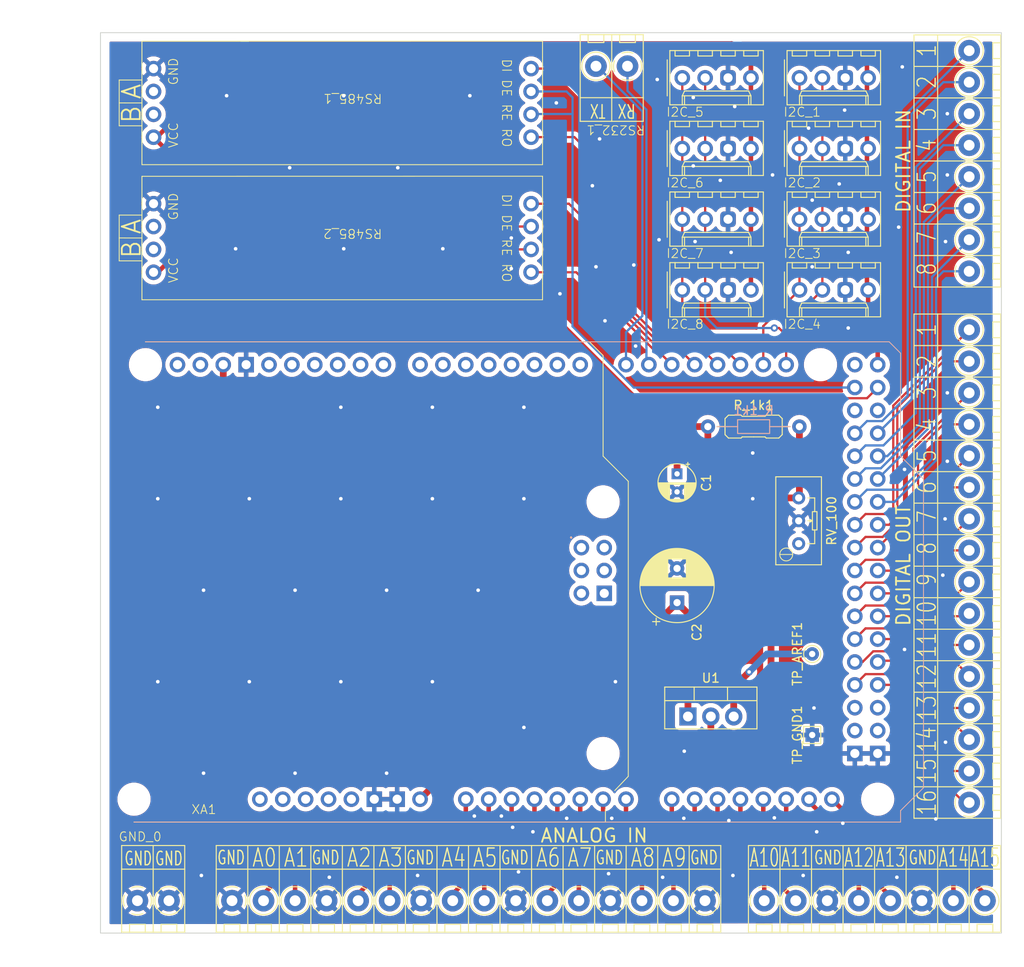
<source format=kicad_pcb>
(kicad_pcb (version 20221018) (generator pcbnew)

  (general
    (thickness 1.6)
  )

  (paper "A4")
  (layers
    (0 "F.Cu" signal)
    (31 "B.Cu" signal)
    (32 "B.Adhes" user "B.Adhesive")
    (33 "F.Adhes" user "F.Adhesive")
    (34 "B.Paste" user)
    (35 "F.Paste" user)
    (36 "B.SilkS" user "B.Silkscreen")
    (37 "F.SilkS" user "F.Silkscreen")
    (38 "B.Mask" user)
    (39 "F.Mask" user)
    (40 "Dwgs.User" user "User.Drawings")
    (41 "Cmts.User" user "User.Comments")
    (42 "Eco1.User" user "User.Eco1")
    (43 "Eco2.User" user "User.Eco2")
    (44 "Edge.Cuts" user)
    (45 "Margin" user)
    (46 "B.CrtYd" user "B.Courtyard")
    (47 "F.CrtYd" user "F.Courtyard")
    (48 "B.Fab" user)
    (49 "F.Fab" user)
    (50 "User.1" user)
    (51 "User.2" user)
    (52 "User.3" user)
    (53 "User.4" user)
    (54 "User.5" user)
    (55 "User.6" user)
    (56 "User.7" user)
    (57 "User.8" user)
    (58 "User.9" user)
  )

  (setup
    (stackup
      (layer "F.SilkS" (type "Top Silk Screen"))
      (layer "F.Paste" (type "Top Solder Paste"))
      (layer "F.Mask" (type "Top Solder Mask") (thickness 0.01))
      (layer "F.Cu" (type "copper") (thickness 0.035))
      (layer "dielectric 1" (type "core") (thickness 1.51) (material "FR4") (epsilon_r 4.5) (loss_tangent 0.02))
      (layer "B.Cu" (type "copper") (thickness 0.035))
      (layer "B.Mask" (type "Bottom Solder Mask") (thickness 0.01))
      (layer "B.Paste" (type "Bottom Solder Paste"))
      (layer "B.SilkS" (type "Bottom Silk Screen"))
      (copper_finish "None")
      (dielectric_constraints no)
    )
    (pad_to_mask_clearance 0)
    (aux_axis_origin 150 0)
    (pcbplotparams
      (layerselection 0x00010fc_ffffffff)
      (plot_on_all_layers_selection 0x0000000_00000000)
      (disableapertmacros false)
      (usegerberextensions false)
      (usegerberattributes true)
      (usegerberadvancedattributes true)
      (creategerberjobfile true)
      (dashed_line_dash_ratio 12.000000)
      (dashed_line_gap_ratio 3.000000)
      (svgprecision 4)
      (plotframeref false)
      (viasonmask false)
      (mode 1)
      (useauxorigin false)
      (hpglpennumber 1)
      (hpglpenspeed 20)
      (hpglpendiameter 15.000000)
      (dxfpolygonmode true)
      (dxfimperialunits true)
      (dxfusepcbnewfont true)
      (psnegative false)
      (psa4output false)
      (plotreference true)
      (plotvalue true)
      (plotinvisibletext false)
      (sketchpadsonfab false)
      (subtractmaskfromsilk false)
      (outputformat 1)
      (mirror false)
      (drillshape 1)
      (scaleselection 1)
      (outputdirectory "")
    )
  )

  (net 0 "")
  (net 1 "unconnected-(XA1-3.3V-Pad3V3)")
  (net 2 "unconnected-(XA1-SPI_5V-Pad5V2)")
  (net 3 "unconnected-(XA1-D0{slash}RX0-PadD0)")
  (net 4 "unconnected-(XA1-D1{slash}TX0-PadD1)")
  (net 5 "unconnected-(XA1-D2_INT0-PadD2)")
  (net 6 "unconnected-(XA1-D3_INT1-PadD3)")
  (net 7 "unconnected-(XA1-PadD4)")
  (net 8 "unconnected-(XA1-PadD5)")
  (net 9 "unconnected-(XA1-PadD6)")
  (net 10 "unconnected-(XA1-PadD7)")
  (net 11 "unconnected-(XA1-PadD8)")
  (net 12 "unconnected-(XA1-PadD9)")
  (net 13 "unconnected-(XA1-PadD10)")
  (net 14 "unconnected-(XA1-PadD11)")
  (net 15 "unconnected-(XA1-PadD12)")
  (net 16 "unconnected-(XA1-PadD13)")
  (net 17 "TX1")
  (net 18 "EN_485_1")
  (net 19 "RX1")
  (net 20 "TX2")
  (net 21 "unconnected-(XA1-PadD24)")
  (net 22 "unconnected-(XA1-PadD25)")
  (net 23 "unconnected-(XA1-D50_MISO-PadD50)")
  (net 24 "unconnected-(XA1-D51_MOSI-PadD51)")
  (net 25 "unconnected-(XA1-D52_SCK-PadD52)")
  (net 26 "unconnected-(XA1-D53_CS-PadD53)")
  (net 27 "unconnected-(XA1-SPI_GND-PadGND4)")
  (net 28 "unconnected-(XA1-IOREF-PadIORF)")
  (net 29 "unconnected-(XA1-SPI_MISO-PadMISO)")
  (net 30 "unconnected-(XA1-SPI_MOSI-PadMOSI)")
  (net 31 "unconnected-(XA1-RESET-PadRST1)")
  (net 32 "unconnected-(XA1-SPI_RESET-PadRST2)")
  (net 33 "unconnected-(XA1-SPI_SCK-PadSCK)")
  (net 34 "unconnected-(XA1-PadSCL)")
  (net 35 "unconnected-(XA1-PadSDA)")
  (net 36 "A00")
  (net 37 "A01")
  (net 38 "A02")
  (net 39 "A03")
  (net 40 "A04")
  (net 41 "A05")
  (net 42 "A06")
  (net 43 "A07")
  (net 44 "A08")
  (net 45 "A09")
  (net 46 "A10")
  (net 47 "A11")
  (net 48 "A12")
  (net 49 "A13")
  (net 50 "A14")
  (net 51 "A15")
  (net 52 "VIN")
  (net 53 "Net-(U1-GND)")
  (net 54 "AREF")
  (net 55 "GND")
  (net 56 "DO_00")
  (net 57 "DO_01")
  (net 58 "DO_02")
  (net 59 "DO_03")
  (net 60 "DO_04")
  (net 61 "DO_05")
  (net 62 "DO_06")
  (net 63 "DO_07")
  (net 64 "DO_08")
  (net 65 "DO_09")
  (net 66 "DO_10")
  (net 67 "DO_11")
  (net 68 "DO_12")
  (net 69 "DO_13")
  (net 70 "DO_14")
  (net 71 "DO_15")
  (net 72 "DI_00")
  (net 73 "DI_01")
  (net 74 "DI_02")
  (net 75 "DI_03")
  (net 76 "DI_04")
  (net 77 "DI_05")
  (net 78 "DI_06")
  (net 79 "DI_07")
  (net 80 "5V")
  (net 81 "SCL")
  (net 82 "SDA")
  (net 83 "EN_485_2")
  (net 84 "RX2")
  (net 85 "unconnected-(RV_100-Pad1)")
  (net 86 "unconnected-(XA1-5V-Pad5V3)")
  (net 87 "unconnected-(XA1-5V-Pad5V1)")
  (net 88 "RX3")
  (net 89 "TX3")
  (net 90 "unconnected-(RS485_1-A-Pad6)")
  (net 91 "unconnected-(RS485_1-B-Pad7)")
  (net 92 "unconnected-(RS485_2-A-Pad6)")
  (net 93 "unconnected-(RS485_2-B-Pad7)")

  (footprint "ScitechKorea:Holder485" (layer "F.Cu") (at 127.8 71.61 90))

  (footprint "TestPoint:TestPoint_THTPad_D1.5mm_Drill0.7mm" (layer "F.Cu") (at 159 129 90))

  (footprint "ScitechKorea:Terminal_08" (layer "F.Cu") (at 153.675 156.4))

  (footprint "Package_TO_SOT_THT:TO-220-3_Vertical" (layer "F.Cu") (at 145.21 135.945))

  (footprint "PCM_Resistor_THT_AKL_Double:R_Axial_DIN0207_L6.3mm_D2.5mm_P10.16mm_Horizontal" (layer "F.Cu") (at 147.42 103.75))

  (footprint "ScitechKorea:Terminal_02" (layer "F.Cu") (at 138.4 63.72 180))

  (footprint "Capacitor_THT:CP_Radial_D8.0mm_P3.80mm" (layer "F.Cu") (at 144 123.3 90))

  (footprint "ScitechKorea:Holder485" (layer "F.Cu") (at 127.8 86.61 90))

  (footprint "ScitechKorea:I2C_Socket" (layer "F.Cu") (at 144.58 88.57))

  (footprint "ScitechKorea:Terminal_16" (layer "F.Cu") (at 94.6 156.4))

  (footprint "ScitechKorea:Terminal_16" (layer "F.Cu")
    (tstamp 82ba54e0-d9a3-4eb8-b16f-836390da95cf)
    (at 176.425 145.5 90)
    (property "Sheetfile" "megaPCB.kicad_sch")
    (property "Sheetname" "")
    (property "ki_description" "Generic screw terminal, single row, 01x16, script generated (kicad-library-utils/schlib/autogen/connector/)")
    (property "ki_keywords" "screw terminal")
    (path "/0a22604f-efdc-4349-aaa6-b8dfcb193ce4")
    (attr through_hole)
    (fp_text reference "J2" (at -6.1 -7.9 90 unlocked) (layer "F.SilkS") hide
        (effects (font (size 1 1) (thickness 0.1)))
      (tstamp 35139d77-017b-4936-a9a1-66e6e30b1ba5)
    )
    (fp_text value "Screw_Terminal_01x16" (at -6.1 -6.4 90 unlocked) (layer "F.Fab") hide
        (effects (font (size 1 1) (thickness 0.15)))
      (tstamp 93890ad7-21bd-4a77-93b8-0e8f63e71015)
    )
    (fp_text user "${REFERENCE}" (at 3.5 -4.8625 90) (layer "F.Fab")
        (effects (font (size 1 1) (thickness 0.15)))
      (tstamp 8269f258-0b3e-4053-9114-db944b6aed70)
    )
    (fp_line (start -1.75 -6.125) (end 54.25 -6.125)
      (stroke (width 0.12) (type solid)) (layer "F.SilkS") (tstamp 9c5f033d-d241-4000-a32f-090f75ffdff6))
    (fp_line (start -1.75 -3.5) (end -1.75 -6.125)
      (stroke (width 0.12) (type solid)) (layer "F.SilkS") (tstamp fa2a6b58-ada3-434c-86e3-235226c9d242))
    (fp_line (start -1.75 -3.5) (end -1.75 3.5)
      (stroke (width 0.12) (type solid)) (layer "F.SilkS") (tstamp f1329992-4e37-4aa2-be6a-064554492d32))
    (fp_line (start -1.75 -3.5) (end 54.25 -3.5)
      (stroke (width 0.12) (type solid)) (layer "F.SilkS") (tstamp 08afdbf9-77c4-4ca3-b46a-fd317d091ac7))
    (fp_line (start -1.75 3.5) (end 54.25 3.5)
      (stroke (width 0.12) (type solid)) (layer "F.SilkS") (tstamp 23e66bb2-a647-48c5-8542-2599a0247bb2))
    (fp_line (start -0.875 2.625) (end 0.875 2.625)
      (stroke (width 0.12) (type solid)) (layer "F.SilkS") (tstamp 7bcad752-1c77-423c-8841-cf588c73dd16))
    (fp_line (start -0.875 3.5) (end -0.875 2.625)
      (stroke (width 0.12) (type solid)) (layer "F.SilkS") (tstamp d8a86204-da31-428a-91a6-d84aa8e06daf))
    (fp_line (start 0.875 2.625) (end 0.875 3.5)
      (stroke (width 0.12) (type solid)) (layer "F.SilkS") (tstamp a94d1be1-5d3e-4478-9b9b-3df263765cc1))
    (fp_line (start 1.75 -6.125) (end 1.75 3.5)
      (stroke (width 0.12) (type solid)) (layer "F.SilkS") (tstamp 39051a52-0297-462a-99a8-cf2cb412fac7))
    (fp_line (start 2.625 2.625) (end 4.375 2.625)
      (stroke (width 0.12) (type solid)) (layer "F.SilkS") (tstamp 41b611a5-cb82-4f6a-a8dd-c4d07dc3d7db))
    (fp_line (start 2.625 3.5) (end 2.625 2.625)
      (stroke (width 0.12) (type solid)) (layer "F.SilkS") (tstamp dd18f381-2044-4e35-bd7a-8858ecab9fb5))
    (fp_line (start 4.375 2.625) (end 4.375 3.5)
      (stroke (width 0.12) (type solid)) (layer "F.SilkS") (tstamp 54f65a5a-ea43-4226-811e-82dac2064cc5))
    (fp_line (start 5.25 -6.125) (end 5.25 3.5)
      (stroke (width 0.12) (type solid)) (layer "F.SilkS") (tstamp 5fd48d34-d535-42a1-9176-5438df76bf51))
    (fp_line (start 6.125 2.625) (end 7.875 2.625)
      (stroke (width 0.12) (type solid)) (layer "F.SilkS") (tstamp 3ef2a0c3-9b14-49a7-ac23-6801ec6d404b))
    (fp_line (start 6.125 3.5) (end 6.125 2.625)
      (stroke (width 0.12) (type solid)) (layer "F.SilkS") (tstamp 03734158-0007-4fca-b6ab-d7c9a78dbad7))
    (fp_line (start 7.875 2.625) (end 7.875 3.5)
      (stroke (width 0.12) (type solid)) (layer "F.SilkS") (tstamp 3ddb5a8d-b4b5-4ef5-b2f1-09bcba19b399))
    (fp_line (start 8.75 -6.125) (end 8.75 3.5)
      (stroke (width 0.12) (type solid)) (layer "F.SilkS") (tstamp e317076b-2557-4fe8-a1ed-a1347e4bf7b7))
    (fp_line (start 9.625 2.625) (end 11.375 2.625)
      (stroke (width 0.12) (type solid)) (layer "F.SilkS") (tstamp d4978c4a-92c1-4dc7-a7b4-5a066d5ef432))
    (fp_line (start 9.625 3.5) (end 9.625 2.625)
      (stroke (width 0.12) (type solid)) (layer "F.SilkS") (tstamp c7b410bc-867a-4697-85a8-55393135f722))
    (fp_line (start 11.375 2.625) (end 11.375 3.5)
      (stroke (width 0.12) (type solid)) (layer "F.SilkS") (tstamp eabd3541-4b7a-4774-bd1a-91098f91bc43))
    (fp_line (start 12.25 -6.125) (end 12.25 3.5)
      (stroke (width 0.12) (type solid)) (layer "F.SilkS") (tstamp 0fa236aa-a9bb-4d98-acb6-eb3f057204c6))
    (fp_line (start 13.125 2.625) (end 14.875 2.625)
      (stroke (width 0.12) (type solid)) (layer "F.SilkS") (tstamp 9daa59bb-fcc1-4689-9df8-6861d7bafa28))
    (fp_line (start 13.125 3.5) (end 13.125 2.625)
      (stroke (width 0.12) (type solid)) (layer "F.SilkS") (tstamp 100d3f62-6421-4fbf-8b48-ae523f4863df))
    (fp_line (start 14.875 2.625) (end 14.875 3.5)
      (stroke (width 0.12) (type solid)) (layer "F.SilkS") (tstamp 5f44dbb4-6745-4f50-94a1-c7f9a7692501))
    (fp_line (start 15.75 -6.125) (end 15.75 3.5)
      (stroke (width 0.12) (type solid)) (layer "F.SilkS") (tstamp c1e67808-6184-4080-b8fc-e4b55592a3bb))
    (fp_line (start 16.625 2.625) (end 18.375 2.625)
      (stroke (width 0.12) (type solid)) (layer "F.SilkS") (tstamp 9c14edec-02ea-4096-841c-4d76e66a6d1b))
    (fp_line (start 16.625 3.5) (end 16.625 2.625)
      (stroke (width 0.12) (type solid)) (layer "F.SilkS") (tstamp d91e5d51-e674-48e2-adbf-54d64b69ba58))
    (fp_line (start 18.375 2.625) (end 18.375 3.5)
      (stroke (width 0.12) (type solid)) (layer "F.SilkS") (tstamp 43bf2c1d-7305-48c8-a2ee-614b71544ad8))
    (fp_line (start 19.25 -6.125) (end 19.25 3.5)
      (stroke (width 0.12) (type solid)) (layer "F.SilkS") (tstamp 5aafc7eb-62af-48f2-9c21-1dfe0d25b4c6))
    (fp_line (start 20.125 2.625) (end 21.875 2.625)
      (stroke (width 0.12) (type solid)) (layer "F.SilkS") (tstamp a4cca183-6c7c-41ec-830b-04b493464aa8))
    (fp_line (start 20.125 3.5) (end 20.125 2.625)
      (stroke (width 0.12) (type solid)) (layer "F.SilkS") (tstamp 839d9fff-93d4-4f9b-83d1-dab7c03c3bfc))
    (fp_line (start 21.875 2.625) (end 21.875 3.5)
      (stroke (width 0.12) (type solid)) (layer "F.SilkS") (tstamp 832a0668-8221-44e1-87af-2382bbcd4538))
    (fp_line (start 22.75 -6.125) (end 22.75 3.5)
      (stroke (width 0.12) (type solid)) (layer "F.SilkS") (tstamp de920423-d1c2-43c2-9d03-2cfc8c22c86f))
    (fp_line (start 23.625 2.625) (end 25.375 2.625)
      (stroke (width 0.12) (type solid)) (layer "F.SilkS") (tstamp e0dab445-9eec-4697-8bde-28cb65a64bb3))
    (fp_line (start 23.625 3.5) (end 23.625 2.625)
      (stroke (width 0.12) (type solid)) (layer "F.SilkS") (tstamp d845520d-a4fb-46b8-9f82-4ba8c38a36ff))
    (fp_line (start 25.375 2.625) (end 25.375 3.5)
      (stroke (width 0.12) (type solid)) (layer "F.SilkS") (tstamp dc883ddd-ee99-439a-a18a-75c980c6ee52))
    (fp_line (start 26.25 -6.125) (end 26.25 3.5)
      (stroke (width 0.12) (type solid)) (layer "F.SilkS") (tstamp c8fc3096-e7c1-4307-92c8-6ff448634727))
    (fp_line (start 27.125 2.625) (end 28.875 2.625)
      (stroke (width 0.12) (type solid)) (layer "F.SilkS") (tstamp 4097f69e-2bd5-412f-9a42-ed32adc2deb6))
    (fp_line (start 27.125 3.5) (end 27.125 2.625)
      (stroke (width 0.12) (type solid)) (layer "F.SilkS") (tstamp b156c731-2857-4292-a096-39d5cde6b472))
    (fp_line (start 28.875 2.625) (end 28.875 3.5)
      (stroke (width 0.12) (type solid)) (layer "F.SilkS") (tstamp 84c688f7-b3d5-430d-b6fa-fde2039f361d))
    (fp_line (start 29.75 -6.125) (end 29.75 3.5)
      (stroke (width 0.12) (type solid)) (layer "F.SilkS") (tstamp 5d4a4e7e-4223-4afa-a2d4-58d36a4f3128))
    (fp_line (start 30.625 2.625) (end 32.375 2.625)
      (stroke (width 0.12) (type solid)) (layer "F.SilkS") (tstamp 869b418d-cf9c-415a-bbca-f6fad4fad2a4))
    (fp_line (start 30.625 3.5) (end 30.625 2.625)
      (stroke (width 0.12) (type solid)) (layer "F.SilkS") (tstamp 247d828d-2ea6-45c5-9e55-ce3612b0f0cc))
    (fp_line (start 32.375 2.625) (end 32.375 3.5)
      (stroke (width 0.12) (type solid)) (layer "F.SilkS") (tstamp dcd7fb77-9231-461a-8acc-a95f314b4bfb))
    (fp_line (start 33.25 -6.125) (end 33.25 2.625)
      (stroke (width 0.12) (type solid)) (layer "F.SilkS") (tstamp ff47d419-5157-4c74-afe8-77da9f644c22))
    (fp_line (start 33.25 2.625) (end 33.25 3.5)
      (stroke (width 0.12) (type solid)) (layer "F.SilkS") (tstamp 338473d0-0455-4e88-aecc-9bc082d26e44))
    (fp_line (start 34.125 2.625) (end 35.875 2.625)
      (stroke (width 0.12) (type solid)) (layer "F.SilkS") (tstamp 45b540ca-6199-4142-861e-562714fef5e7))
    (fp_line (start 34.125 3.5) (end 34.125 2.625)
      (stroke (width 0.12) (type solid)) (layer "F.SilkS") (tstamp aa05f9a2-c1c3-4d93-9cba-5e84f0ae13bf))
    (fp_line (start 35.875 2.625) (end 35.875 3.5)
      (stroke (width 0.12) (type solid)) (layer "F.SilkS") (tstamp a6822e40-10ee-46e7-bcd8-c4939121af94))
    (fp_line (start 36.75 -6.125) (end 36.75 3.5)
      (stroke (width 0.12) (type solid)) (layer "F.SilkS") (tstamp 94d5e88a-4c6a-4786-8949-6e99ec7ba43d))
    (fp_line (start 37.625 2.625) (end 39.375 2.625)
      (stroke (width 0.12) (type solid)) (layer "F.SilkS") (tstamp 7465fb52-1638-4e88-8123-c5605d4b4eed))
    (fp_line (start 37.625 3.5) (end 37.625 2.625)
      (stroke (width 0.12) (type solid)) (layer "F.SilkS") (tstamp f490ef13-9e19-4f75-bdd3-d58e610e16fc))
    (fp_line (start 39.375 2.625) (end 39.375 3.5)
      (stroke (width 0.12) (type solid)) (layer "F.SilkS") (tstamp 124c379f-3596-489e-aaf3-9558ddc43a34))
    (fp_line (start 40.25 -6.125) (end 40.25 3.5)
      (stroke (width 0.12) (type solid)) (layer "F.SilkS") (tstamp 2769c7d6-dd36-423c-98a9-1f4136f2b50c))
    (fp_line (start 41.125 2.625) (end 42.875 2.625)
      (stroke (width 0.12) (type solid)) (layer "F.SilkS") (tstamp ce4a8778-611d-49fa-b67c-51ebc598ba18))
    (fp_line (start 41.125 3.5) (end 41.125 2.625)
      (stroke (width 0.12) (type solid)) (layer "F.SilkS") (tstamp 24b37d74-50ec-49e7-bfc0-2c6535f43ec9))
    (fp_line (start 42.875 2.625) (end 42.875 3.5)
      (stroke (width 0.12) (type solid)) (layer "F.SilkS") (tstamp 1da8847e-7d75-4496-9436-5d3602261fa2))
    (fp_line (start 43.75 -6.125) (end 43.75 3.5)
      (stroke (width 0.12) (type solid)) (layer "F.SilkS") (tstamp d5b4ffe8-4352-4008-9e7f-f26a303ed51b))
    (fp_line (start 44.625 2.625) (end 46.375 2.625)
      (stroke (width 0.12) (type solid)) (layer "F.SilkS") (tstamp e7e23770-005d-4a23-90e5-313a99a7ced7))
    (fp_line (start 44.625 3.5) (end 44.625 2.625)
      (stroke (width 0.12) (type solid)) (layer "F.SilkS") (tstamp b2a80f35-14d9-4492-a310-4ffaf2bab03f))
    (fp_line (start 46.375 2.625) (end 46.375 3.5)
      (stroke (width 0.12) (type solid)) (layer "F.SilkS") (tstamp ad71e2e2-002a-4767-a604-9ff80be10e30))
    (fp_line (start 47.25 -6.125) (end 47.25 3.5)
      (stroke (width 0.12) (type solid)) (layer "F.SilkS") (tstamp a08a2bd5-329d-42c2-95f3-3f1ef234894c))
    (fp_line (start 48.125 2.625) (end 49.875 2.625)
      (stroke (width 0.12) (type solid)) (layer "F.SilkS") (tstamp 5afa3da2-16a3-48fb-af80-244ee313faf1))
    (fp_line (start 48.125 3.5) (end 48.125 2.625)
      (stroke (width 0.12) (type solid)) (layer "F.SilkS") (tstamp 5d1090ba-14cb-4b14-b19e-7bd00c30843e))
    (fp_line (start 49.875 2.625) (end 49.875 3.5)
      (stroke (width 0.12) (type solid)) (layer "F.SilkS") (tstamp aac39643-3e1f-41fe-ae9f-0c3f4ff1f7aa))
    (fp_line (start 50.75 -6.125) (end 50.75 3.5)
      (stroke (width 0.12) (type solid)) (layer "F.SilkS") (tstamp 4ef3c708-98fa-4e56-9f1a-38f5cf6827a8))
    (fp_line (start 51.625 2.625) (end 53.375 2.625)
      (stroke (width 0.12) (type solid)) (layer "F.SilkS") (tstamp 41c5a88a-eedf-4247-857b-c0c7dd78860b))
    (fp_line (start 51.625 3.5) (end 51.625 2.625)
      (stroke (width 0.12) (type solid)) (layer "F.SilkS") (tstamp fb8b4ab5-ad2b-4253-8fdb-4301eb34ed3d))
    (fp_line (start 53.375 2.625) (end 53.375 3.5)
      (stroke (width 0.12) (type solid)) (layer "F.SilkS") (tstamp 7d30b97c-2b05-43bb-b1f3-2aaeb86c5654))
    (fp_line (start 54.25 -6.125) (end 54.25 -3.5)
      (stroke (width 0.12) (type solid)) (layer "F.SilkS") (tstamp 0c9725be-1871-42f2-8589-f67095bcb3e7))
    (fp_line (start 54.25 -3.5) (end 54.25 3.5)
      (stroke (width 0.12) (type solid)) (layer "F.SilkS") (tstamp e31b8b4a-8d54-4218-85c0-ef7d3321d5da))
    (fp_arc (start -1.432109 0.607742) (mid -1.555727 -0.00014) (end -1.432 -0.608)
      (stroke (width 0.12) (type solid)) (layer "F.SilkS") (tstamp 412e164a-a75f-4233-82c6-9d26262bc486))
    (fp_arc (start -0.607742 -1.432109) (mid 0.00014 -1.555727) (end 0.608 -1.432)
      (stroke (width 0.12) (type solid)) (layer "F.SilkS") (tstamp 10c6fbab-cc08-483c-b582-4ca1a0bdec9e))
    (fp_arc (start 0.027011 1.555493) (mid -0.296984 1.527118) (end -0.608 1.432)
      (stroke (width 0.12) (type solid)) (layer "F.SilkS") (tstamp 18041258-c9af-4b94-a432-a04d6eda34e2))
    (fp_arc (start 0.607587 1.431385) (mid 0.310017 1.523783) (end 0 1.555)
      (stroke (width 0.12) (type solid)) (layer "F.SilkS") (tstamp 6900121d-376c-4cc9-aa55-0b13067962fc))
    (fp_arc (start 1.432109 -0.607742) (mid 1.555727 0.00014) (end 1.432 0.608)
      (stroke (width 0.12) (type solid)) (layer "F.SilkS") (tstamp b2cf11a2-a056-4697-b43e-fccf92f410b0))
    (fp_circle (center 3.5 0) (end 5.055 0)
      (stroke (width 0.12) (type solid)) (fill none) (layer "F.SilkS") (tstamp cd9eee93-0c34-4e66-b426-5e8835b2b909))
    (fp_circle (center 7 0) (end 8.555 0)
      (stroke (width 0.12) (type solid)) (fill none) (layer "F.SilkS") (tstamp 1227902c-32b3-4fc2-b7a1-1479471a8285))
    (fp_circle (center 10.5 0) (end 12.055 0)
      (stroke (width 0.12) (type solid)) (fill none) (layer "F.SilkS") (tstamp 6a56f6b2-a6ea-48e0-a5e5-a8de2ee17645))
    (fp_circle (center 14 0) (end 15.555 0)
      (stroke (width 0.12) (type solid)) (fill none) (layer "F.SilkS") (tstamp 4d9b7b41-f46e-4b83-a22a-0c48357d4435))
    (fp_circle (center 17.5 0) (end 19.055 0)
      (stroke (width 0.12) (type solid)) (fill none) (layer "F.SilkS") (tstamp 1be20118-1c88-4c09-9bde-ec56484dbfc1))
    (fp_circle (center 21 0) (end 22.555 0)
      (stroke (width 0.12) (type solid)) (fill none) (layer "F.SilkS") (tstamp 76829dd2-5d7c-4871-af5d-53f76ae39fe8))
    (fp_circle (center 24.5 0) (end 26.055 0)
      (stroke (width 0.12) (type solid)) (fill none) (layer "F.SilkS") (tstamp d9aacc38-4527-421d-a299-430d02c21138))
    (fp_circle (center 28 0) (end 29.555 0)
      (stroke (width 0.12) (type solid)) (fill none) (layer "F.SilkS") (tstamp d6eb423d-e7ba-4f71-985d-d2c21ab73c2d))
    (fp_circle (center 31.5 0) (end 33.055 0)
      (stroke (width 0.12) (type solid)) (fill none) (layer "F.SilkS") (tstamp b4c43937-dd61-4086-b550-f27dc809c55c))
    (fp_circle (center 35 0) (end 36.555 0)
      (stroke (width 0.12) (type solid)) (fill none) (layer "F.SilkS") (tstamp bcfd142b-d010-444b-8f74-7941f4521956))
    (fp_circle (center 38.5 0) (end 40.055 0)
      (stroke (width 0.12) (type solid)) (fill none) (layer "F.SilkS") (tstamp f9aa4e51-e847-4499-8c2c-502d3cea0c04))
    (fp_circle (center 42 0) (end 43.555 0)
      (stroke (width 0.12) (type solid)) (fill none) (layer "F.SilkS") (tstamp 7bb68415-ecbb-4646-91f6-9f5d43e53b60))
    (fp_circle (center 45.5 0) (end 47.055 0)
      (stroke (width 0.12) (type solid)) (fill none) (layer "F.SilkS") (tstamp d2a58fad-a36f-453b-9d16-4a4d0c18a5af))
    (fp_circle (center 49 0) (end 50.555 0)
      (stroke (width 0.12) (type solid)) (fill none) (layer "F.SilkS") (tstamp 8b2c6d71-0d89-4be4-919d-a063f8c3ed3a))
    (fp_circle (center 52.5 0) (end 54.055 0)
      (stroke (width 0.12) (type solid)) (fill none) (layer "F.SilkS") (tstamp 364f19b8-72c7-4cac-a70f-ee4c97f34821))
    (fp_line (start -1.85 -3.6) (end -1.85 3.6)
      (stroke (width 0.05) (type solid)) (layer "F.CrtYd") (tstamp 7cbf74ee-4acb-412f-8cad-5904fa163fde))
    (fp_line (start -1.85 3.6) (end 54.35 3.6)
      (stroke (width 0.05) (type solid)) (layer "F.CrtYd") (tstamp ac5f3a83-af8d-4a57-9f19-9f6a5176ac2f))
    (fp_line (start 54.35 -3.6) (end -1.85 -3.6)
      (stroke (width 0.05) (type solid)) (layer "F.CrtYd") (tstamp 3aebe942-7822-4582-aada-dd8f741085e8))
    (fp_line (start 54.35 3.6) (end 54.35 -3.6)
      (stroke (width 0.05) (type solid)) (layer "F.CrtYd") (tstamp 3bf6c1b1-65c7-4269-bca7-47d735440d74))
    (fp_line (start -1.7 -3.4) (end 54.2 -3.4)
      (stroke (width 0.1) (type solid)) (layer "F.Fab") (tstamp f5d54fd2-cd8d-4507-aa4b-4e07619ce1c1))
    (fp_line (start -1.7 3.4) (end -1.7 -3.4)
      (stroke (width 0.1) (type solid)) (layer "F.Fab") (tstamp 97cbe4d4-3a8a-45ae-87fe-02f2ac5d4c1b))
    (fp_line (start -1.7 3.4) (end 54.2 3.4)
      (stroke (width 0.1) (type solid)) (layer "F.Fab") (tstamp bfe3873e-0fb4-40b2-b7bd-d752391d8f69))
    (fp_line (start -1.1 -0.069) (end -0.069 -0.069)
      (stroke (width 0.1) (type solid)) (layer "F.Fab") (tstamp b4e4de86-a2e5-4225-9cbe-494d0e2b870e))
    (fp_line (start -1.1 0.069) (end -1.1 -0.069)
      (stroke (width 0.1) (type solid)) (layer "F.Fab") (tstamp 62fb1aed-8be9-4abd-99ec-7d8ca3de9985))
    (fp_line (start -0.069 -1.1) (end 0.069 -1.1)
      (stroke (width 0.1) (type solid)) (layer "F.Fab") (tstamp 344d5b70-16c9-4576-affa-9ae96d921365))
    (fp_line (start -0.069 -0.069) (end -0.069 -1.1)
      (stroke (width 0.1) (type solid)) (layer "F.Fab") (tstamp 62fdf183-6c57-4814-b188-13d289a8ecdd))
    (fp_line (start -0.069 0.069) (end -1.1 0.069)
      (stroke (width 0.1) (type solid)) (layer "F.Fab") (tstamp 1c6c1a2c-8528-4b3c-af93-7015f83ddd17))
    (fp_line (start -0.069 1.1) (end -0.069 0.069)
      (stroke (width 0.1) (type solid)) (layer "F.Fab") (tstamp e88a8d31-86ee-481f-ac94-2b08cdc013ef))
    (fp_line (start 0.069 -1.1) (end 0.069 -0.069)
      (stroke (width 0.1) (type solid)) (layer "F.Fab") (tstamp ca1d2f86-d6f8-48b3-80ea-fc75d4bf8c6d))
    (fp_line (start 0.069 -0.069) (end 1.1 -0.069)
      (stroke (width 0.1) (type solid)) (layer "F.Fab") (tstamp eef2fb05-93ad-4320-9ea8-b4ea14f3fbb1))
    (fp_line (start 0.069 0.069) (end 0.069 1.1)
      (stroke (width 0.1) (type solid)) (layer "F.Fab") (tstamp 7abfddb5-2868-4284-954c-141d7337aa41))
    (fp_line (start 0.069 1.1) (end -0.069 1.1)
      (stroke (width 0.1) (type solid)) (layer "F.Fab") (tstamp 30e0aa1d-dac7-485c-acd5-79661c5dd3e4))
    (fp_line (start 1.1 -0.069) (end 1.1 0.069)
      (stroke (width 0.1) (type solid)) (layer "F.Fab") (tstamp c012df61-b10d-4ca9-8d04-2d2dc7f4de50))
    (fp_line (start 1.1 0.069) (end 0.069 0.069)
      (stroke (width 0.1) (type solid)) (layer "F.Fab") (tstamp 2c41d123-54c1-489b-acd7-bbf2160cad7b))
    (fp_line (start 2.4 -0.069) (end 3.431 -0.069)
      (stroke (width 0.1) (type solid)) (layer "F.Fab") (tstamp d1ed4a6f-e04e-4bae-9de4-99aee704eafb))
    (fp_line (start 2.4 0.069) (end 2.4 -0.069)
      (stroke (width 0.1) (type solid)) (layer "F.Fab") (tstamp 828552fe-e919-4ffc-b6bc-78ab4c227a1a))
    (fp_line (start 3.431 -1.1) (end 3.569 -1.1)
      (stroke (width 0.1) (type solid)) (layer "F.Fab") (tstamp 98982534-21f8-4208-a059-d65d6a05db88))
    (fp_line (start 3.431 -0.069) (end 3.431 -1.1)
      (stroke (width 0.1) (type solid)) (layer "F.Fab") (tstamp 74eeed57-9d61-4ddc-92a2-a33b5817cde7))
    (fp_line (start 3.431 0.069) (end 2.4 0.069)
      (stroke (width 0.1) (type solid)) (layer "F.Fab") (tstamp d4d879a1-cbda-41e6-9168-cf7d2ce27991))
    (fp_line (start 3.431 1.1) (end 3.431 0.069)
      (stroke (width 0.1) (type solid)) (layer "F.Fab") (tstamp 04432a53-045a-4111-9961-0fbb5a53e199))
    (fp_line (start 3.569 -1.1) (end 3.569 -0.069)
      (stroke (width 0.1) (type solid)) (layer "F.Fab") (tstamp fabea8af-2c1f-4026-a69b-ca9b9a659970))
    (fp_line (start 3.569 -0.069) (end 4.6 -0.069)
      (stroke (width 0.1) (type solid)) (layer "F.Fab") (tstamp 7e30e610-d068-477c-9ee8-34221ea7b378))
    (fp_line (start 3.569 0.069) (end 3.569 1.1)
      (stroke (width 0.1) (type solid)) (layer "F.Fab") (tstamp 2007175b-0d63-4680-8345-8ddf9d0eb40b))
    (fp_line (start 3.569 1.1) (end 3.431 1.1)
      (stroke (width 0.1) (type solid)) (layer "F.Fab") (tstamp b5774d88-bde0-4a01-8781-dc0c001af9ef))
    (fp_line (start 4.6 -0.069) (end 4.6 0.069)
      (stroke (width 0.1) (type solid)) (layer "F.Fab") (tstamp 55e5f508-e5ab-4b04-ad51-408dd898e075))
    (fp_line (start 4.6 0.069) (end 3.569 0.069)
      (stroke (width 0.1) (type solid)) (layer "F.Fab") (tstamp 4adc73f0-4cf8-4875-bba3-27c23a802d5a))
    (fp_line (start 5.9 -0.069) (end 6.931 -0.069)
      (stroke (width 0.1) (type solid)) (layer "F.Fab") (tstamp f66473c3-18fa-4b9c-8745-a5bf1bbd658a))
    (fp_line (start 5.9 0.069) (end 5.9 -0.069)
      (stroke (width 0.1) (type solid)) (layer "F.Fab") (tstamp 0c4e5d5d-e4d3-4b04-a45a-83fdd0a3f021))
    (fp_line (start 6.931 -1.1) (end 7.069 -1.1)
      (stroke (width 0.1) (type solid)) (layer "F.Fab") (tstamp 5210df8d-f3df-4677-831a-ed8c0554329a))
    (fp_line (start 6.931 -0.069) (end 6.931 -1.1)
      (stroke (width 0.1) (type solid)) (layer "F.Fab") (tstamp 51791ff4-0bd5-4533-9f6e-da00407211d3))
    (fp_line (start 6.931 0.069) (end 5.9 0.069)
      (stroke (width 0.1) (type solid)) (layer "F.Fab") (tstamp 26a3db4a-e96e-4723-8a81-9b22de359164))
    (fp_line (start 6.931 1.1) (end 6.931 0.069)
      (stroke (width 0.1) (type solid)) (layer "F.Fab") (tstamp f136981d-db64-49c7-a745-8d965fd0084f))
    (fp_line (start 7.069 -1.1) (end 7.069 -0.069)
      (stroke (width 0.1) (type solid)) (layer "F.Fab") (tstamp 30e15d00-5020-4238-ab54-9e2549a42295))
    (fp_line (start 7.069 -0.069) (end 8.1 -0.069)
      (stroke (width 0.1) (type solid)) (layer "F.Fab") (tstamp 2ac7d418-8128-45a5-a65f-ea10f4d1fc39))
    (fp_line (start 7.069 0.069) (end 7.069 1.1)
      (stroke (width 0.1) (type solid)) (layer "F.Fab") (tstamp 15169e7a-8122-47b8-868c-c2eafeca90f4))
    (fp_line (start 7.069 1.1) (end 6.931 1.1)
      (stroke (width 0.1) (type solid)) (layer "F.Fab") (tstamp df034f3c-5e8b-4850-865d-6fb9779fa1dc))
    (fp_line (start 8.1 -0.069) (end 8.1 0.069)
      (stroke (width 0.1) (type solid)) (layer "F.Fab") (tstamp 7ae13ec9-7b4d-45cb-8820-1729ac9a35ae))
    (fp_line (start 8.1 0.069) (end 7.069 0.069)
      (stroke (width 0.1) (type solid)) (layer "F.Fab") (tstamp 09297288-786f-41ec-8110-a7d55ef0b763))
    (fp_line (start 9.4 -0.069) (end 10.431 -0.069)
      (stroke (width 0.1) (type solid)) (layer "F.Fab") (tstamp b6c366c0-ae27-4b30-8f12-cfa9987f8a90))
    (fp_line (start 9.4 0.069) (end 9.4 -0.069)
      (stroke (width 0.1) (type solid)) (layer "F.Fab") (tstamp 29ca131d-5a9c-484e-af87-66fa59b77b0d))
    (fp_line (start 10.431 -1.1) (end 10.569 -1.1)
      (stroke (width 0.1) (type solid)) (layer "F.Fab") (tstamp 85f864f2-1d3f-44d7-aa97-6633dd1ba3e7))
    (fp_line (start 10.431 -0.069) (end 10.431 -1.1)
      (stroke (width 0.1) (type solid)) (layer "F.Fab") (tstamp 3c685ade-c92d-4744-8b9e-93f58bd72d56))
    (fp_line (start 10.431 0.069) (end 9.4 0.069)
      (stroke (width 0.1) (type solid)) (layer "F.Fab") (tstamp ce9d147d-474a-4e44-8c3b-aefe2a53b62c))
    (fp_line (start 10.431 1.1) (end 10.431 0.069)
      (stroke (width 0.1) (type solid)) (layer "F.Fab") (tstamp ded5a838-79b0-4649-b773-14ca651e1862))
    (fp_line (start 10.569 -1.1) (end 10.569 -0.069)
      (stroke (width 0.1) (type solid)) (layer "F.Fab") (tstamp 0bc2f808-08ec-44db-960f-e00452c752e9))
    (fp_line (start 10.569 -0.069) (end 11.6 -0.069)
      (stroke (width 0.1) (type solid)) (layer "F.Fab") (tstamp 071ac2a5-fdbd-4bed-87bd-fa4c98d2d229))
    (fp_line (start 10.569 0.069) (end 10.569 1.1)
      (stroke (width 0.1) (type solid)) (layer "F.Fab") (tstamp 74ce4bc5-e051-400e-976c-c1fcfe383a25))
    (fp_line (start 10.569 1.1) (end 10.431 1.1)
      (stroke (width 0.1) (type solid)) (layer "F.Fab") (tstamp 99274825-6e7d-4cad-8284-ea80750913ec))
    (fp_line (start 11.6 -0.069) (end 11.6 0.069)
      (stroke (width 0.1) (type solid)) (layer "F.Fab") (tstamp ed7aa672-a7c0-4fd2-bdb7-769554b0b8fb))
    (fp_line (start 11.6 0.069) (end 10.569 0.069)
      (stroke (width 0.1) (type solid)) (layer "F.Fab") (tstamp da788187-9073-4bd8-bf2f-c98ec315aeb5))
    (fp_line (start 12.9 -0.069) (end 13.931 -0.069)
      (stroke (width 0.1) (type solid)) (layer "F.Fab") (tstamp 8820c61d-c410-40c4-a16e-9a68d0991dde))
    (fp_line (start 12.9 0.069) (end 12.9 -0.069)
      (stroke (width 0.1) (type solid)) (layer "F.Fab") (tstamp f4ae155b-b3b6-4b83-abf7-c5d834449c1b))
    (fp_line (start 13.931 -1.1) (end 14.069 -1.1)
      (stroke (width 0.1) (type solid)) (layer "F.Fab") (tstamp 051ab3ca-2c4f-401f-8f0f-54929cd69b7f))
    (fp_line (start 13.931 -0.069) (end 13.931 -1.1)
      (stroke (width 0.1) (type solid)) (layer "F.Fab") (tstamp e09e8ebc-952e-4ded-967d-bab9a5b90828))
    (fp_line (start 13.931 0.069) (end 12.9 0.069)
      (stroke (width 0.1) (type solid)) (layer "F.Fab") (tstamp 31cd4a6c-a87e-4241-8de2-e1516550e297))
    (fp_line (start 13.931 1.1) (end 13.931 0.069)
      (stroke (width 0.1) (type solid)) (layer "F.Fab") (tstamp 434cb87a-c73c-4462-bdad-6bf845c35aa5))
    (fp_line (start 14.069 -1.1) (end 14.069 -0.069)
      (stroke (width 0.1) (type solid)) (layer "F.Fab") (tstamp 6f3b8372-15df-4786-b460-e92c0eb37a4f))
    (fp_line (start 14.069 -0.069) (end 15.1 -0.069)
      (stroke (width 0.1) (type solid)) (layer "F.Fab") (tstamp dba0313d-7333-4cf7-af12-64d8cc298b68))
    (fp_line (start 14.069 0.069) (end 14.069 1.1)
      (stroke (width 0.1) (type solid)) (layer "F.Fab") (tstamp fa17762a-ad83-476b-97ff-cc06a079d7ee))
    (fp_line (start 14.069 1.1) (end 13.931 1.1)
      (stroke (width 0.1) (type solid)) (layer "F.Fab") (tstamp 533c1721-a252-4d39-8059-7a0d2999a944))
    (fp_line (start 15.1 -0.069) (end 15.1 0.069)
      (stroke (width 0.1) (type solid)) (layer "F.Fab") (tstamp 557448ea-4c9f-4c6c-a917-36e54b1b43e5))
    (fp_line (start 15.1 0.069) (end 14.069 0.069)
      (stroke (width 0.1) (type solid)) (layer "F.Fab") (tstamp e007e509-708b-4d11-a175-238fa18877fa))
    (fp_line (start 16.4 -0.069) (end 17.431 -0.069)
      (stroke (width 0.1) (type solid)) (layer "F.Fab") (tstamp 0ac0edd7-dd11-4821-be63-8f2c8f028d97))
    (fp_line (start 16.4 0.069) (end 16.4 -0.069)
      (stroke (width 0.1) (type solid)) (layer "F.Fab") (tstamp 128e208a-a527-4ecb-91d8-29961e61263a))
    (fp_line (start 17.431 -1.1) (end 17.569 -1.1)
      (stroke (width 0.1) (type solid)) (layer "F.Fab") (tstamp 730f52c4-08ee-47ba-ac7a-e9206b35100a))
    (fp_line (start 17.431 -0.069) (end 17.431 -1.1)
      (stroke (width 0.1) (type solid)) (layer "F.Fab") (tstamp 5103b0c8-95e1-4893-8328-a66e0a15cf5c))
    (fp_line (start 17.431 0.069) (end 16.4 0.069)
      (stroke (width 0.1) (type solid)) (layer "F.Fab") (tstamp 0dc2a7ce-2ae6-495d-b7af-b4f29268a166))
    (fp_line (start 17.431 1.1) (end 17.431 0.069)
      (stroke (width 0.1) (type solid)) (layer "F.Fab") (tstamp 055b4d7c-f131-4867-abfa-869815824281))
    (fp_line (start 17.569 -1.1) (end 17.569 -0.069)
      (stroke (width 0.1) (type solid)) (layer "F.Fab") (tstamp 07227782-b49d-4976-9ae3-794e6ea16c14))
    (fp_line (start 17.569 -0.069) (end 18.6 -0.069)
      (stroke (width 0.1) (type solid)) (layer "F.Fab") (tstamp 101547ea-5e20-417e-994a-b5c368e682ee))
    (fp_line (start 17.569 0.069) (end 17.569 1.1)
      (stroke (width 0.1) (type solid)) (layer "F.Fab") (tstamp b694ccb9-81cb-408e-90cd-a273c9b2af10))
    (fp_line (start 17.569 1.1) (end 17.431 1.1)
      (stroke (width 0.1) (type solid)) (layer "F.Fab") (tstamp a26174f5-3bd0-428c-a392-ff880ef6bca3))
    (fp_line (start 18.6 -0.069) (end 18.6 0.069)
      (stroke (width 0.1) (type solid)) (layer "F.Fab") (tstamp 04b96f20-58a6-4975-a67d-96477a2c27e1))
    (fp_line (start 18.6 0.069) (end 17.569 0.069)
      (stroke (width 0.1) (type solid)) (layer "F.Fab") (tstamp 2906807b-e90c-4fbb-9b45-6443a61981d1))
    (fp_line (start 19.9 -0.069) (end 20.931 -0.069)
      (stroke (width 0.1) (type solid)) (layer "F.Fab") (tstamp 4a7f41aa-bb1c-42b1-a770-a2c8dc46a99f))
    (fp_line (start 19.9 0.069) (end 19.9 -0.069)
      (stroke (width 0.1) (type solid)) (layer "F.Fab") (tstamp 0e783e7e-4b40-4244-8c26-57282b52f47a))
    (fp_line (start 20.931 -1.1) (end 21.069 -1.1)
      (stroke (width 0.1) (type solid)) (layer "F.Fab") (tstamp a386418f-6d4a-4802-b72a-75e5e1590c9b))
    (fp_line (start 20.931 -0.069) (end 20.931 -1.1)
      (stroke (width 0.1) (type solid)) (layer "F.Fab") (tstamp 421c0d6f-3a80-4b6c-a548-c7b0e3df338f))
    (fp_line (start 20.931 0.069) (end 19.9 0.069)
      (stroke (width 0.1) (type solid)) (layer "F.Fab") (tstamp 4cd8bca2-7b3a-42b5-84bc-e4bc6b7551bb))
    (fp_line (start 20.931 1.1) (end 20.931 0.069)
      (stroke (width 0.1) (type solid)) (layer "F.Fab") (tstamp 33613e61-da23-4c31-9034-428304038cc9))
    (fp_line (start 21.069 -1.1) (end 21.069 -0.069)
      (stroke (width 0.1) (type solid)) (layer "F.Fab") (tstamp bf519f78-4830-4eac-a4b1-45170716290e))
    (fp_line (start 21.069 -0.069) (end 22.1 -0.069)
      (stroke (width 0.1) (type solid)) (layer "F.Fab") (tstamp 7c8d156c-5b3f-4573-bf17-8a1cbb1389f3))
    (fp_line (start 21.069 0.069) (end 21.069 1.1)
      (stroke (width 0.1) (type solid)) (layer "F.Fab") (tstamp eabf9200-3650-45c3-9961-6f44557c0bc7))
    (fp_line (start 21.069 1.1) (end 20.931 1.1)
      (stroke (width 0.1) (type solid)) (layer "F.Fab") (tstamp 4f0e4d8b-2f2a-4acd-9048-946917d6abf6))
    (fp_line (start 22.1 -0.069) (end 22.1 0.069)
      (stroke (width 0.1) (type solid)) (layer "F.Fab") (tstamp 19a17652-5080-4622-b78b-3198c4c9ca93))
    (fp_line (start 22.1 0.069) (end 21.069 0.069)
      (stroke (width 0.1) (type solid)) (layer "F.Fab") (tstamp 4d18f635-9620-4164-9b14-14a28f1c5da5))
    (fp_line (start 23.4 -0.069) (end 24.431 -0.069)
      (stroke (width 0.1) (type solid)) (layer "F.Fab") (tstamp 902b7560-201a-46b6-8513-cf4c2104f0f3))
    (fp_line (start 23.4 0.069) (end 23.4 -0.069)
      (stroke (width 0.1) (type solid)) (layer "F.Fab") (tstamp 39db401e-447b-4541-9617-74c8427b2476))
    (fp_line (start 24.431 -1.1) (end 24.569 -1.1)
      (stroke (width 0.1) (type solid)) (layer "F.Fab") (tstamp af7db955-1e3e-4a00-b905-f5c782c9296b))
    (fp_line (start 24.431 -0.069) (end 24.431 -1.1)
      (stroke (width 0.1) (type solid)) (layer "F.Fab") (tstamp 0d0b311e-5a60-4cfa-ae91-bd9a8131b2e2))
    (fp_line (start 24.431 0.069) (end 23.4 0.069)
      (stroke (width 0.1) (type solid)) (layer "F.Fab") (tstamp 27f3d77b-c0e3-4ff8-86db-8f86c6fff26b))
    (fp_line (start 24.431 1.1) (end 24.431 0.069)
      (stroke (width 0.1) (type solid)) (layer "F.Fab") (tstamp 74ae198a-59ec-4725-b148-fada2f6eb228))
    (fp_line (start 24.569 -1.1) (end 24.569 -0.069)
      (stroke (width 0.1) (type solid)) (layer "F.Fab") (tstamp dc6ba8f3-35b0-4937-a2de-0adfe00e68b0))
    (fp_line (start 24.569 -0.069) (end 25.6 -0.069)
      (stroke (width 0.1) (type solid)) (layer "F.Fab") (tstamp e2824ad5-47b7-4ef9-af65-57708d0e7a1f))
    (fp_line (start 24.569 0.069) (end 24.569 1.1)
      (stroke (width 0.1) (type solid)) (layer "F.Fab") (tstamp 63a0b93f-ecd2-498b-85ee-c576678721ea))
    (fp_line (start 24.569 1.1) (end 24.431 1.1)
      (stroke (width 0.1) (type solid)) (layer "F.Fab") (tstamp 8d59dea5-5622-45f8-a131-19bd6d11afd3))
    (fp_line (start 25.6 -0.069) (end 25.6 0.069)
      (stroke (width 0.1) (type solid)) (layer "F.Fab") (tstamp 12409d0c-ecd7-4e06-9005-6e0128740d81))
    (fp_line (start 25.6 0.069) (end 24.569 0.069)
      (stroke (width 0.1) (type solid)) (layer "F.Fab") (tstamp 1dc782d9-69e6-4ddc-b605-3a51223e84a6))
    (fp_line (start 26.9 -0.069) (end 27.931 -0.069)
      (stroke (width 0.1) (type solid)) (layer "F.Fab") (tstamp 765df3f5-0324-4e3e-8f63-da453c4134cb))
    (fp_line (start 26.9 0.069) (end 26.9 -0.069)
      (stroke (width 0.1) (type solid)) (layer "F.Fab") (tstamp c4658965-bf18-47a3-bff5-59974a9e667b))
    (fp_line (start 27.931 -1.1) (end 28.069 -1.1)
      (stroke (width 0.1) (type solid)) (layer "F.Fab") (tstamp 76c6b04e-2521-45b5-86ee-594cf3f09031))
    (fp_line (start 27.931 -0.069) (end 27.931 -1.1)
      (stroke (width 0.1) (type solid)) (layer "F.Fab") (tstamp 73290e39-1b4e-4a2e-98ed-bb079df90786))
    (fp_line (start 27.931 0.069) (end 26.9 0.069)
      (stroke (width 0.1) (type solid)) (layer "F.Fab") (tstamp 58cfce9f-64bb-4ec0-a715-5442642d4cff))
    (fp_line (start 27.931 1.1) (end 27.931 0.069)
      (stroke (width 0.1) (type solid)) (layer "F.Fab") (tstamp 1f07bbb8-d014-48de-b613-f854fc69ca1d))
    (fp_line (start 28.069 -1.1) (end 28.069 -0.069)
      (stroke (width 0.1) (type solid)) (layer "F.Fab") (tstamp d25408dd-aa90-48c9-be19-267248876e43))
    (fp_line (start 28.069 -0.069) (end 29.1 -0.069)
      (stroke (width 0.1) (type solid)) (layer "F.Fab") (tstamp b9769712-2871-41b5-9e4a-84d357a63bf2))
    (fp_line (start 28.069 0.069) (end 28.069 1.1)
      (stroke (width 0.1) (type solid)) (layer "F.Fab") (tstamp 23e85cd0-eb69-4e28-a346-db421cc8bdf1))
    (fp_line (start 28.069 1.1) (end 27.931 1.1)
      (stroke (width 0.1) (type solid)) (layer "F.Fab") (tstamp 5764849b-5f5b-478b-813a-316547f3832d))
    (fp_line (start 29.1 -0.069) (end 29.1 0.069)
      (stroke (width 0.1) (type solid)) (layer "F.Fab") (tstamp 5cb7445a-71bf-4446-ad07-a8f97df829de))
    (fp_line (start 29.1 0.069) (end 28.069 0.069)
      (stroke (width 0.1) (type solid)) (layer "F.Fab") (tstamp ca7b174b-5e64-45f2-a4e8-706aa0401be4))
    (fp_line (start 30.4 -0.069) (end 31.431 -0.069)
      (stroke (width 0.1) (type solid)) (layer "F.Fab") (tstamp 79273c6f-7760-495d-9165-e1e8b7304c35))
    (fp_line (start 30.4 0.069) (end 30.4 -0.069)
      (stroke (width 0.1) (type solid)) (layer "F.Fab") (tstamp 0cf17127-f30e-4bc0-b516-68889b6c432c))
    (fp_line (start 31.431 -1.1) (end 31.569 -1.1)
      (stroke (width 0.1) (type solid)) (layer "F.Fab") (tstamp cc0cacd2-1cd0-4716-b034-0eecab5598b3))
    (fp_line (start 31.431 -0.069) (end 31.431 -1.1)
      (stroke (width 0.1) (type solid)) (layer "F.Fab") (tstamp fe57cfd2-0514-46cd-a0db-d3cb403f838d))
    (fp_line (start 31.431 0.069) (end 30.4 0.069)
      (stroke (width 0.1) (type solid)) (layer "F.Fab") (tstamp 59d8807f-2e5e-4311-b290-83849b3fa131))
    (fp_line (start 31.431 1.1) (end 31.431 0.069)
      (stroke (width 0.1) (type solid)) (layer "F.Fab") (tstamp bafbc8c7-0b04-423a-8708-bcd436c0df5e))
    (fp_line (start 31.569 -1.1) (end 31.569 -0.069)
      (stroke (width 0.1) (type solid)) (layer "F.Fab") (tstamp 3b8c5c47-52a9-46ba-aee4-9afd256e7a29))
    (fp_line (start 31.569 -0.069) (end 32.6 -0.069)
      (stroke (width 0.1) (type solid)) (layer "F.Fab") (tstamp 5163db8a-fe7c-4f62-9995-82ea61cf3434))
    (fp_line (start 31.569 0.069) (end 31.569 1.1)
      (stroke (width 0.1) (type solid)) (layer "F.Fab") (tstamp 642d7691-4a26-4356-bb2f-ef75f254eebe))
    (fp_line (start 31.569 1.1) (end 31.431 1.1)
      (stroke (width 0.1) (type solid)) (layer "F.Fab") (tstamp 9133c852-2ec3-4e83-ad30-38218b0049e2))
    (fp_line (start 32.6 -0.069) (end 32.6 0.069)
      (stroke (width 0.1) (type solid)) (layer "F.Fab") (tstamp 4fcffc4a-8687-43c8-9bb4-04e315af1dd8))
    (fp_line (start 32.6 0.069) (end 31.569 0.069)
      (stroke (width 0.1) (type solid)) (layer "F.Fab") (tstamp c9013389-59b1-4af5-b10d-ff22f9e9bb92))
    (fp_line (start 33.9 -0.069) (end 34.931 -0.069)
      (stroke (width 0.1) (type solid)) (layer "F.Fab") (tstamp d9fa6311-eef7-4ac6-9262-95c806385e7f))
    (fp_line (start 33.9 0.069) (end 33.9 -0.069)
      (stroke (width 0.1) (type solid)) (layer "F.Fab") (tstamp b3f8cdfc-fdb4-4538-b0ed-577e448ff019))
    (fp_line (start 34.931 -1.1) (end 35.069 -1.1)
      (stroke (width 0.1) (type solid)) (layer "F.Fab") (tstamp 9d563b7c-bc77-467f-afe3-6814d9bef1e4))
    (fp_line (start 34.931 -0.069) (end 34.931 -1.1)
      (stroke (width 0.1) (type solid)) (layer "F.Fab") (tstamp ee786acf-de96-4984-9ddc-09f72427438e))
    (fp_line (start 34.931 0.069) (end 33.9 0.069)
      (stroke (width 0.1) (type solid)) (layer "F.Fab") (tstamp bb80e536-747e-4ab1-8d1a-498a85207650))
    (fp_line (start 34.931 1.1) (end 34.931 0.069)
      (stroke (width 0.1) (type solid)) (layer "F.Fab") (tstamp 31aeaa83-a06a-4c0f-9fac-f0da09a47e6e))
    (fp_line (start 35.069 -1.1) (end 35.069 -0.069)
      (stroke (width 0.1) (type solid)) (layer "F.Fab") (tstamp b8c5f79f-e2c0-4c83-bc86-2cb4ae9ee99f))
    (fp_line (start 35.069 -0.069) (end 36.1 -0.069)
      (stroke (width 0.1) (type solid)) (layer "F.Fab") (tstamp 7fd3e6aa-634f-4155-b35e-d5857ce15735))
    (fp_line (start 35.069 0.069) (end 35.069 1.1)
      (stroke (width 0.1) (type solid)) (layer "F.Fab") (tstamp 0126a7b0-c4c1-44d8-a1d1-925bc45df19d))
    (fp_line (start 35.069 1.1) (end 34.931 1.1)
      (stroke (width 0.1) (type solid)) (layer "F.Fab") (tstamp db4cb785-4e19-4881-9656-acde585d9f81))
    (fp_line (start 36.1 -0.069) (end 36.1 0.069)
      (stroke (width 0.1) (type solid)) (layer "F.Fab") (tstamp 5fc9d8dc-2c85-4d42-8af6-6318cc80c5a6))
    (fp_line (start 36.1 0.069) (end 35.069 0.069)
      (stroke (width 0.1) (type solid)) (layer "F.Fab") (tstamp 3aba1385-e74a-4c62-801d-4e2d3eb68238))
    (fp_line (start 37.4 -0.069) (end 38.431 -0.069)
      (stroke (width 0.1) (type solid)) (layer "F.Fab") (tstamp ca765c2e-f4a7-428e-bb2d-48880a5dc94f))
    (fp_line (start 37.4 0.069) (end 37.4 -0.069)
      (stroke (width 0.1) (type solid)) (layer "F.Fab") (tstamp 8874ad99-86e9-48b0-b31a-1e22ec152ef0))
    (fp_line (start 38.431 -1.1) (end 38.569 -1.1)
      (stroke (width 0.1) (type solid)) (layer "F.Fab") (tstamp c884df84-3ec6-4a74-ad14-bb700ba70799))
    (fp_line (start 38.431 -0.069) (end 38.431 -1.1)
      (stroke (width 0.1) (type solid)) (layer "F.Fab") (tstamp 9f5ab654-e86c-467b-9068-3b25b49699a1))
    (fp_line (start 38.431 0.069) (end 37.4 0.069)
      (stroke (width 0.1) (type solid)) (layer "F.Fab") (tstamp a4905ebc-7ba9-40d0-956f-d6121dc04e2f))
    (fp_line (start 38.431 1.1) (end 38.431 0.069)
      (stroke (width 0.1) (type solid)) (layer "F.Fab") (tstamp 9505a06a-ee91-4480-a590-27a6b706bea6))
    (fp_line (start 38.569 -1.1) (end 38.569 -0.069)
      (stroke (width 0.1) (type solid)) (layer "F.Fab") (tstamp 93a33969-539b-4f04-8126-bf68a1603468))
    (fp_line (start 38.569 -0.069) (end 39.6 -0.069)
      (stroke (width 0.1) (type solid)) (layer "F.Fab") (tstamp 4346b038-33d6-4308-9947-26deb754c8ad))
    (fp_line (start 38.569 0.069) (end 38.569 1.1)
      (stroke (width 0.1) (type solid)) (layer "F.Fab") (tstamp 933114f1-f3f3-437b-be02-b116cb5815e2))
    (fp_line (start 38.569 1.1) (end 38.431 1.1)
      (stroke (width 0.1) (type solid)) (layer "F.Fab") (tstamp 5b0a1e6f-adb2-42a1-a17b-59a392b03d05))
    (fp_line (start 39.6 -0.069) (end 39.6 0.069)
      (stroke (width 0.1) (type solid)) (layer "F.Fab") (tstamp a84875cf-a0ad-4868-adc1-68d356988888))
    (fp_line (start 39.6 0.069) (end 38.569 0.069)
      (stroke (width 0.1) (type solid)) (layer "F.Fab") (tstamp 1fd87b58-9d75-42c9-ad23-713ee99ed3c3))
    (fp_line (start 40.9 -0.069) (end 41.931 -0.069)
      (stroke (width 0.1) (type solid)) (layer "F.Fab") (tstamp 4febcd71-8715-4ec1-8406-db5f81e67959))
    (fp_line (start 40.9 0.069) (end 40.9 -0.069)
      (stroke (width 0.1) (type solid)) (layer "F.Fab") (tstamp 5aaedf5f-5363-4593-8f41-4caf908fcf74))
    (fp_line (start 41.931 -1.1) (end 42.069 -1.1)
      (stroke (width 0.1) (type solid)) (layer "F.Fab") (tstamp 73ecb7e4-8bd0-49e1-a3a6-490a54c82acc))
    (fp_line (start 41.931 -0.069) (end 41.931 -1.1)
      (stroke (width 0.1) (type solid)) (layer "F.Fab") (tstamp a39dd337-ab0f-4975-a87f-eb79fc7752f3))
    (fp_line (start 41.931 0.069) (end 40.9 0.069)
      (stroke (width 0.1) (type solid)) (layer "F.Fab") (tstamp 1a368d90-ff40-4f89-820b-cdbab10e14b9))
    (fp_line (start 41.931 1.1) (end 41.931 0.069)
      (stroke (width 0.1) (type solid)) (layer "F.Fab") (tstamp 35fc4762-181a-47ec-93a3-3c98c1f90eed))
    (fp_line (start 42.069 -1.1) (end 42.069 -0.069)
      (stroke (width 0.1) (type solid)) (layer "F.Fab") (tstamp ed568adb-6dfb-4ae2-9e5d-17a923107c6e))
    (fp_line (start 42.069 -0.069) (end 43.1 -0.069)
      (stroke (width 0.1) (type solid)) (layer "F.Fab") (tstamp 769f8335-606e-40df-95e9-5077b4e49775))
    (fp_line (start 42.069 0.069) (end 42.069 1.1)
      (stroke (width 0.1) (type solid)) (layer "F.Fab") (tstamp 73e9e6db-4414-4f40-8106-42969e2dbac7))
    (fp_line (start 42.069 1.1) (end 41.931 1.1)
      (stroke (width 0.1) (type solid)) (layer "F.Fab") (tstamp eedbb3ed-9783-4cf7-af77-6d8f31c427ec))
    (fp_line (start 43.1 -0.069) (end 43.1 0.069)
      (stroke (width 0.1) (type solid)) (layer "F.Fab") (tstamp f186508e-6a64-4684-a32d-18a13ade9bb4))
    (fp_line (start 43.1 0.069) (end 42.069 0.069)
      (stroke (width 0.1) (type solid)) (layer "F.Fab") (tstamp deb57881-05b1-47b7-9e30-936d11038199))
    (fp_line (start 44.4 -0.069) (end 45.431 -0.069)
      (stroke (width 0.1) (type solid)) (layer "F.Fab") (tstamp fa2500be-8cb3-43f5-8ca8-38e0c7bffaf9))
    (fp_line (start 44.4 0.069) (end 44.4 -0.069)
      (stroke (width 0.1) (type solid)) (layer "F.Fab") (tstamp a82ed83e-37aa-4926-9d70-04665f2bd9dc))
    (fp_line (start 45.431 -1.1) (end 45.569 -1.1)
      (stroke (width 0.1) (type solid)) (layer "F.Fab") (tstamp e32f4cc9-8791-4a09-a4e0-f98d1e0920d2))
    (fp_line (start 45.431 -0.069) (end 45.431 -1.1)
      (stroke (width 0.1) (type solid)) (layer "F.Fab") (tstamp 888c8d5b-892f-47f2-b77f-513b421b4e79))
    (fp_line (start 45.431 0.069) (end 44.4 0.069)
      (stroke (width 0.1) (type solid)) (layer "F.Fab") (tstamp 109a5d51-d4c4-4fa1-93e4-115a0709da5a))
    (fp_line (start 45.431 1.1) (end 45.431 0.069)
      (stroke (width 0.1) (type solid)) (layer "F.Fab") (tstamp a7723cc7-6f6b-402a-9247-96b8d4ea0918))
    (fp_line (start 45.569 -1.1) (end 45.569 -0.069)
      (stroke (width 0.1) (type solid)) (layer "F.Fab") (tstamp 14e525ab-7a39-4233-bcb7-0040881435a2))
    (fp_line (start 45.569 -0.069) (end 46.6 -0.069)
      (stroke (width 0.1) (type solid)) (layer "F.Fab") (tstamp 8b33e92d-336a-465b-8953-2eac3bb1c8c1))
    (fp_line (start 45.569 0.069) (end 45.569 1.1)
      (stroke (width 0.1) (type solid)) (layer "F.Fab") (tstamp 00de39fc-07a2-4c46-90de-cd179e1f1510))
    (fp_line (start 45.569 1.1) (end 45.431 1.1)
      (stroke (width 0.1) (type solid)) (layer "F.Fab") (tstamp 9a0444ab-fa90-4bd4-b36f-2af615747911))
    (fp_line (start 46.6 -0.069) (end 46.6 0.069)
      (stroke (width 0.1) (type solid)) (layer "F.Fab") (tstamp b5594530-cd24-424e-990e-a8973d1dfd83))
    (fp_line (start 46.6 0.069) (end 45.569 0.069)
      (stroke (width 0.1) (type solid)) (layer "F.Fab") (tstamp 490cc94b-b4a7-49b6-a9d9-6bd2ee228a69))
    (fp_line (start 47.9 -0.069) (end 48.931 -0.069)
      (stroke (width 0.1) (type solid)) (layer "F.Fab") (tstamp 43dfab68-174a-49e2-b8d4-7e9461b84e9d))
    (fp_line (start 47.9 0.069) (end 47.9 -0.069)
      (stroke (width 0.1) (type solid)) (layer "F.Fab") (tstamp 080c2b83-6f38-407c-822a-60fcf75fde6c))
    (fp_line (start 48.931 -1.1) (end 49.069 -1.1)
      (stroke (width 0.1) (type solid)) (layer "F.Fab") (tstamp 5cace38f-18c8-4fca-8ed0-a0519535f951))
    (fp_line (start 48.931 -0.069) (end 48.931 -1.1)
      (stroke (width 0.1) (type solid)) (layer "F.Fab") (tstamp 061c7040-902c-4574-91ff-fe13eba827c7))
    (fp_line (start 48.931 0.069) (end 47.9 0.069)
      (stroke (width 0.1) (type solid)) (layer "F.Fab") (tstamp 2d3e0019-2989-4201-86eb-6b0cf29d956f))
    (fp_line (start 48.931 1.1) (end 48.931 0.069)
      (stroke (width 0.1) (type solid)) (layer "F.Fab") (tstamp a24fc678-ced1-4ec1-a564-d1e067213023))
    (fp_line (start 49.069 -1.1) (end 49.069 -0.069)
      (stroke (width 0.1) (type solid)) (layer "F.Fab") (tstamp 35c02b16-b5fa-45f1-8de4-2a3646c256d1))
    (fp_line (start 49.069 -0.069) (end 50.1 -0.069)
      (stroke (width 0.1) (type solid)) (layer "F.Fab") (tstamp c15ee517-033a-459f-8de1-3df571e41959))
    (fp_line (start 49.069 0.069) (end 49.069 1.1)
      (stroke (width 0.1) (type solid)) (layer "F.Fab") (tstamp fbdd98c5-565c-4634-981a-f8615b352422))
    (fp_line (start 49.069 1.1) (end 48.931 1.1)
      (stroke (width 0.1) (type solid)) (layer "F.Fab") (tstamp 07826287-14c3-486f-9bd0-d76b7b8118e0))
    (fp_line (start 50.1 -0.069) (end 50.1 0.069)
      (stroke (width 0.1) (type solid)) (layer "F.Fab") (tstamp 5187bc91-65c9-4aff-ae83-1881695660bc))
    (fp_line (start 50.1 0.069) (end 49.069 0.069)
      (stroke (width 0.1) (type solid)) (layer "F.Fab") (tstamp e9aef893-6bb9-48bc-8567-e39c8d0994d5))
    (fp_line (start 51.4 -0.069) (end 52.431 -0.069)
      (stroke (width 0.1) (type solid)) (layer "F.Fab") (tstamp ee0b576c-c647-48ab-916b-b45742b292c9))
    (fp_line (start 51.4 0.069) (end 51.4 -0.069)
      (stroke (width 0.1) (type solid)) (layer "F.Fab") (tstamp 1a572902-1bd9-4948-87c9-0250bc51d4be))
    (fp_line (start 52.431 -1.1) (end 52.569 -1.1)
      (stroke (width 0.1) (type solid)) (layer "F.Fab") (tstamp a60da325-1faf-4703-a79d-d76ce75b2538))
    (fp_line (start 52.431 -0.069) (end 52.431 -1.1)
      (stroke (width 0.1) (type solid)) (layer "F.Fab") (tstamp 9a832f9a-5dbe-4ba8-a8cd-df8c496d1fa1))
    (fp_line (start 52.431 0.069) (end 51.4 0.069)
      (stroke (width 0.1) (type solid)) (layer "F.Fab") (tstamp 33ee2b18-52da-4b20-8c62-619320470e40))
    (fp_line (start 52.431 1.1) (end 52.431 0.069)
      (stroke (width 0.1) (type solid)) (layer "F.Fab") (tstamp 2933891c-f6a9-42e9-ae68-60dbdbfff82
... [1072573 chars truncated]
</source>
